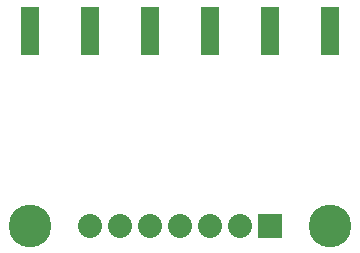
<source format=gbr>
G04 EAGLE Gerber RS-274X export*
G75*
%MOMM*%
%FSLAX34Y34*%
%LPD*%
%INSoldermask Bottom*%
%IPPOS*%
%AMOC8*
5,1,8,0,0,1.08239X$1,22.5*%
G01*
%ADD10R,1.625600X4.165600*%
%ADD11C,3.617600*%
%ADD12R,2.032000X2.032000*%
%ADD13C,2.032000*%


D10*
X76200Y190500D03*
X25400Y190500D03*
X177800Y190500D03*
X127000Y190500D03*
X279400Y190500D03*
X228600Y190500D03*
D11*
X279400Y25400D03*
X25400Y25400D03*
D12*
X228600Y25400D03*
D13*
X203200Y25400D03*
X177800Y25400D03*
X152400Y25400D03*
X127000Y25400D03*
X101600Y25400D03*
X76200Y25400D03*
M02*

</source>
